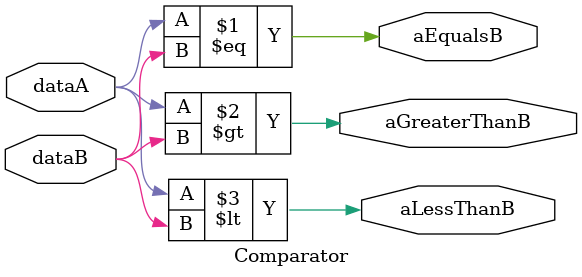
<source format=v>
module Comparator(	// file.cleaned.mlir:2:3
  input  dataA,	// file.cleaned.mlir:2:28
         dataB,	// file.cleaned.mlir:2:44
  output aEqualsB,	// file.cleaned.mlir:2:61
         aGreaterThanB,	// file.cleaned.mlir:2:80
         aLessThanB	// file.cleaned.mlir:2:104
);

  assign aEqualsB = dataA == dataB;	// file.cleaned.mlir:5:10, :6:5
  assign aGreaterThanB = $signed(dataA) > $signed(dataB);	// file.cleaned.mlir:4:10, :6:5
  assign aLessThanB = $signed(dataA) < $signed(dataB);	// file.cleaned.mlir:3:10, :6:5
endmodule


</source>
